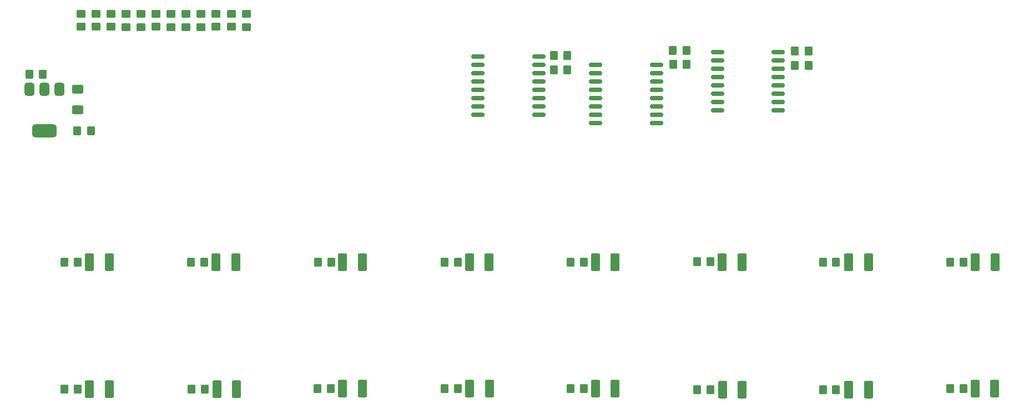
<source format=gbr>
%TF.GenerationSoftware,KiCad,Pcbnew,8.0.6*%
%TF.CreationDate,2025-04-15T16:38:21+01:00*%
%TF.ProjectId,PicoSynth,5069636f-5379-46e7-9468-2e6b69636164,rev?*%
%TF.SameCoordinates,Original*%
%TF.FileFunction,Paste,Top*%
%TF.FilePolarity,Positive*%
%FSLAX46Y46*%
G04 Gerber Fmt 4.6, Leading zero omitted, Abs format (unit mm)*
G04 Created by KiCad (PCBNEW 8.0.6) date 2025-04-15 16:38:21*
%MOMM*%
%LPD*%
G01*
G04 APERTURE LIST*
G04 Aperture macros list*
%AMRoundRect*
0 Rectangle with rounded corners*
0 $1 Rounding radius*
0 $2 $3 $4 $5 $6 $7 $8 $9 X,Y pos of 4 corners*
0 Add a 4 corners polygon primitive as box body*
4,1,4,$2,$3,$4,$5,$6,$7,$8,$9,$2,$3,0*
0 Add four circle primitives for the rounded corners*
1,1,$1+$1,$2,$3*
1,1,$1+$1,$4,$5*
1,1,$1+$1,$6,$7*
1,1,$1+$1,$8,$9*
0 Add four rect primitives between the rounded corners*
20,1,$1+$1,$2,$3,$4,$5,0*
20,1,$1+$1,$4,$5,$6,$7,0*
20,1,$1+$1,$6,$7,$8,$9,0*
20,1,$1+$1,$8,$9,$2,$3,0*%
G04 Aperture macros list end*
%ADD10RoundRect,0.250001X0.462499X1.074999X-0.462499X1.074999X-0.462499X-1.074999X0.462499X-1.074999X0*%
%ADD11RoundRect,0.193720X-0.386280X-0.486280X0.386280X-0.486280X0.386280X0.486280X-0.386280X0.486280X0*%
%ADD12RoundRect,0.192950X-0.374550X-0.512050X0.374550X-0.512050X0.374550X0.512050X-0.374550X0.512050X0*%
%ADD13RoundRect,0.193720X-0.486280X0.386280X-0.486280X-0.386280X0.486280X-0.386280X0.486280X0.386280X0*%
%ADD14RoundRect,0.150000X-0.875000X-0.150000X0.875000X-0.150000X0.875000X0.150000X-0.875000X0.150000X0*%
%ADD15RoundRect,0.375000X-0.375000X0.625000X-0.375000X-0.625000X0.375000X-0.625000X0.375000X0.625000X0*%
%ADD16RoundRect,0.500000X-1.400000X0.500000X-1.400000X-0.500000X1.400000X-0.500000X1.400000X0.500000X0*%
%ADD17RoundRect,0.242453X0.637547X-0.400047X0.637547X0.400047X-0.637547X0.400047X-0.637547X-0.400047X0*%
G04 APERTURE END LIST*
D10*
%TO.C,D31*%
X175985500Y-112903000D03*
X173010500Y-112903000D03*
%TD*%
D11*
%TO.C,R34*%
X130551500Y-112776000D03*
X132551500Y-112776000D03*
%TD*%
D12*
%TO.C,C16*%
X146184800Y-63246000D03*
X148259800Y-63246000D03*
%TD*%
D11*
%TO.C,R27*%
X92054500Y-93472000D03*
X94054500Y-93472000D03*
%TD*%
D10*
%TO.C,D25*%
X118110000Y-93472000D03*
X115135000Y-93472000D03*
%TD*%
%TO.C,D30*%
X175985500Y-93472000D03*
X173010500Y-93472000D03*
%TD*%
D12*
%TO.C,C15*%
X146177000Y-61087000D03*
X148252000Y-61087000D03*
%TD*%
D10*
%TO.C,D24*%
X118164000Y-112776000D03*
X115189000Y-112776000D03*
%TD*%
%TO.C,D18*%
X60161500Y-112826800D03*
X57186500Y-112826800D03*
%TD*%
%TO.C,D33*%
X195270500Y-112776000D03*
X192295500Y-112776000D03*
%TD*%
D11*
%TO.C,R25*%
X72761600Y-112826800D03*
X74761600Y-112826800D03*
%TD*%
%TO.C,R36*%
X149876000Y-112903000D03*
X151876000Y-112903000D03*
%TD*%
D13*
%TO.C,R54*%
X58166000Y-55483000D03*
X58166000Y-57483000D03*
%TD*%
%TO.C,R52*%
X74168000Y-55515000D03*
X74168000Y-57515000D03*
%TD*%
D12*
%TO.C,C29*%
X164775500Y-63423800D03*
X166850500Y-63423800D03*
%TD*%
D10*
%TO.C,D32*%
X195289500Y-93472000D03*
X192314500Y-93472000D03*
%TD*%
%TO.C,D19*%
X60161500Y-93472000D03*
X57186500Y-93472000D03*
%TD*%
%TO.C,D20*%
X79567100Y-112826800D03*
X76592100Y-112826800D03*
%TD*%
D11*
%TO.C,R40*%
X188481000Y-112776000D03*
X190481000Y-112776000D03*
%TD*%
D12*
%TO.C,C31*%
X127999359Y-64058799D03*
X130074359Y-64058799D03*
%TD*%
D10*
%TO.C,D28*%
X156681500Y-93472000D03*
X153706500Y-93472000D03*
%TD*%
%TO.C,D26*%
X137341000Y-93472000D03*
X134366000Y-93472000D03*
%TD*%
D11*
%TO.C,R35*%
X149892000Y-93345000D03*
X151892000Y-93345000D03*
%TD*%
D13*
%TO.C,R48*%
X81153000Y-55515000D03*
X81153000Y-57515000D03*
%TD*%
D10*
%TO.C,D21*%
X79465500Y-93472000D03*
X76490500Y-93472000D03*
%TD*%
D12*
%TO.C,C32*%
X127994500Y-61899800D03*
X130069500Y-61899800D03*
%TD*%
D13*
%TO.C,R53*%
X60452000Y-55499000D03*
X60452000Y-57499000D03*
%TD*%
D12*
%TO.C,C35*%
X47984500Y-64770000D03*
X50059500Y-64770000D03*
%TD*%
D13*
%TO.C,R51*%
X71882000Y-55515000D03*
X71882000Y-57515000D03*
%TD*%
%TO.C,R50*%
X67310000Y-55499000D03*
X67310000Y-57499000D03*
%TD*%
D12*
%TO.C,C30*%
X164775500Y-61220800D03*
X166850500Y-61220800D03*
%TD*%
D10*
%TO.C,D27*%
X137341000Y-112776000D03*
X134366000Y-112776000D03*
%TD*%
D14*
%TO.C,U7*%
X152957000Y-61391800D03*
X152957000Y-62661800D03*
X152957000Y-63931800D03*
X152957000Y-65201800D03*
X152957000Y-66471800D03*
X152957000Y-67741800D03*
X152957000Y-69011800D03*
X152957000Y-70281800D03*
X162257000Y-70281800D03*
X162257000Y-69011800D03*
X162257000Y-67741800D03*
X162257000Y-66471800D03*
X162257000Y-65201800D03*
X162257000Y-63931800D03*
X162257000Y-62661800D03*
X162257000Y-61391800D03*
%TD*%
D11*
%TO.C,R26*%
X72660000Y-93472000D03*
X74660000Y-93472000D03*
%TD*%
%TO.C,R38*%
X169069000Y-112887000D03*
X171069000Y-112887000D03*
%TD*%
%TO.C,R33*%
X130553000Y-93462000D03*
X132553000Y-93462000D03*
%TD*%
%TO.C,R30*%
X111352000Y-93472000D03*
X113352000Y-93472000D03*
%TD*%
D13*
%TO.C,R46*%
X69596000Y-55515000D03*
X69596000Y-57515000D03*
%TD*%
D10*
%TO.C,D23*%
X98769500Y-112776000D03*
X95794500Y-112776000D03*
%TD*%
D15*
%TO.C,U8*%
X52592000Y-67056000D03*
X50292000Y-67056000D03*
D16*
X50292000Y-73356000D03*
D15*
X47992000Y-67056000D03*
%TD*%
D14*
%TO.C,U6*%
X116430000Y-62026800D03*
X116430000Y-63296800D03*
X116430000Y-64566800D03*
X116430000Y-65836800D03*
X116430000Y-67106800D03*
X116430000Y-68376800D03*
X116430000Y-69646800D03*
X116430000Y-70916800D03*
X125730000Y-70916800D03*
X125730000Y-69646800D03*
X125730000Y-68376800D03*
X125730000Y-67106800D03*
X125730000Y-65836800D03*
X125730000Y-64566800D03*
X125730000Y-63296800D03*
X125730000Y-62026800D03*
%TD*%
D13*
%TO.C,R49*%
X65024000Y-55515000D03*
X65024000Y-57515000D03*
%TD*%
D12*
%TO.C,C36*%
X55329000Y-73406000D03*
X57404000Y-73406000D03*
%TD*%
D13*
%TO.C,R32*%
X62738000Y-55515000D03*
X62738000Y-57515000D03*
%TD*%
D11*
%TO.C,R37*%
X169069000Y-93472000D03*
X171069000Y-93472000D03*
%TD*%
D14*
%TO.C,U5*%
X134364200Y-63296800D03*
X134364200Y-64566800D03*
X134364200Y-65836800D03*
X134364200Y-67106800D03*
X134364200Y-68376800D03*
X134364200Y-69646800D03*
X134364200Y-70916800D03*
X134364200Y-72186800D03*
X143664200Y-72186800D03*
X143664200Y-70916800D03*
X143664200Y-69646800D03*
X143664200Y-68376800D03*
X143664200Y-67106800D03*
X143664200Y-65836800D03*
X143664200Y-64566800D03*
X143664200Y-63296800D03*
%TD*%
D11*
%TO.C,R29*%
X111358500Y-112776000D03*
X113358500Y-112776000D03*
%TD*%
D10*
%TO.C,D22*%
X98769500Y-93472000D03*
X95794500Y-93472000D03*
%TD*%
%TO.C,D29*%
X156732300Y-112877600D03*
X153757300Y-112877600D03*
%TD*%
D11*
%TO.C,R24*%
X53356000Y-93472000D03*
X55356000Y-93472000D03*
%TD*%
%TO.C,R39*%
X188484000Y-93472000D03*
X190484000Y-93472000D03*
%TD*%
D13*
%TO.C,R47*%
X78867000Y-55483000D03*
X78867000Y-57483000D03*
%TD*%
%TO.C,R31*%
X76454000Y-55499000D03*
X76454000Y-57499000D03*
%TD*%
D11*
%TO.C,R28*%
X91964000Y-112776000D03*
X93964000Y-112776000D03*
%TD*%
D17*
%TO.C,C37*%
X55372000Y-70142500D03*
X55372000Y-67017500D03*
%TD*%
D11*
%TO.C,R23*%
X53372000Y-112826800D03*
X55372000Y-112826800D03*
%TD*%
D13*
%TO.C,R45*%
X55880000Y-55483000D03*
X55880000Y-57483000D03*
%TD*%
M02*

</source>
